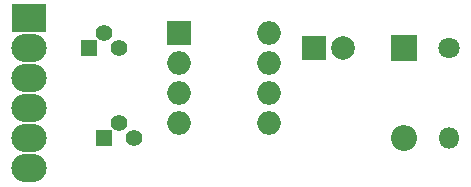
<source format=gbr>
G04 #@! TF.FileFunction,Soldermask,Bot*
%FSLAX46Y46*%
G04 Gerber Fmt 4.6, Leading zero omitted, Abs format (unit mm)*
G04 Created by KiCad (PCBNEW 4.0.7) date 11/14/17 16:47:31*
%MOMM*%
%LPD*%
G01*
G04 APERTURE LIST*
%ADD10C,0.100000*%
%ADD11R,2.000000X2.000000*%
%ADD12C,2.000000*%
%ADD13R,2.200000X2.200000*%
%ADD14O,2.200000X2.200000*%
%ADD15C,1.800000*%
%ADD16O,1.800000X1.800000*%
%ADD17O,2.000000X2.000000*%
%ADD18C,1.400000*%
%ADD19R,1.400000X1.400000*%
%ADD20R,3.000000X2.400000*%
%ADD21O,3.000000X2.400000*%
G04 APERTURE END LIST*
D10*
D11*
X157480000Y-91440000D03*
D12*
X159980000Y-91440000D03*
D13*
X165100000Y-91440000D03*
D14*
X165100000Y-99060000D03*
D15*
X168910000Y-91440000D03*
D16*
X168910000Y-99060000D03*
D11*
X146050000Y-90170000D03*
D17*
X153670000Y-97790000D03*
X146050000Y-92710000D03*
X153670000Y-95250000D03*
X146050000Y-95250000D03*
X153670000Y-92710000D03*
X146050000Y-97790000D03*
X153670000Y-90170000D03*
D18*
X140970000Y-97790000D03*
X142240000Y-99060000D03*
D19*
X139700000Y-99060000D03*
D18*
X139700000Y-90170000D03*
X140970000Y-91440000D03*
D19*
X138430000Y-91440000D03*
D20*
X133350000Y-88900000D03*
D21*
X133350000Y-91440000D03*
X133350000Y-93980000D03*
X133350000Y-96520000D03*
X133350000Y-99060000D03*
X133350000Y-101600000D03*
M02*

</source>
